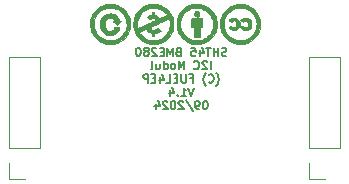
<source format=gbr>
%TF.GenerationSoftware,KiCad,Pcbnew,8.0.5-8.0.5-0~ubuntu22.04.1*%
%TF.CreationDate,2024-09-30T10:01:26+02:00*%
%TF.ProjectId,I2C_Module_SHT45_BME280_FUEL4EP,4932435f-4d6f-4647-956c-655f53485434,V1.4*%
%TF.SameCoordinates,Original*%
%TF.FileFunction,Legend,Bot*%
%TF.FilePolarity,Positive*%
%FSLAX46Y46*%
G04 Gerber Fmt 4.6, Leading zero omitted, Abs format (unit mm)*
G04 Created by KiCad (PCBNEW 8.0.5-8.0.5-0~ubuntu22.04.1) date 2024-09-30 10:01:26*
%MOMM*%
%LPD*%
G01*
G04 APERTURE LIST*
%ADD10C,0.152400*%
%ADD11C,0.120000*%
%ADD12C,0.010000*%
%ADD13R,1.700000X1.700000*%
%ADD14O,1.700000X1.700000*%
G04 APERTURE END LIST*
D10*
X19581333Y11115347D02*
X19481333Y11082013D01*
X19481333Y11082013D02*
X19314667Y11082013D01*
X19314667Y11082013D02*
X19248000Y11115347D01*
X19248000Y11115347D02*
X19214667Y11148680D01*
X19214667Y11148680D02*
X19181333Y11215347D01*
X19181333Y11215347D02*
X19181333Y11282013D01*
X19181333Y11282013D02*
X19214667Y11348680D01*
X19214667Y11348680D02*
X19248000Y11382013D01*
X19248000Y11382013D02*
X19314667Y11415347D01*
X19314667Y11415347D02*
X19448000Y11448680D01*
X19448000Y11448680D02*
X19514667Y11482013D01*
X19514667Y11482013D02*
X19548000Y11515347D01*
X19548000Y11515347D02*
X19581333Y11582013D01*
X19581333Y11582013D02*
X19581333Y11648680D01*
X19581333Y11648680D02*
X19548000Y11715347D01*
X19548000Y11715347D02*
X19514667Y11748680D01*
X19514667Y11748680D02*
X19448000Y11782013D01*
X19448000Y11782013D02*
X19281333Y11782013D01*
X19281333Y11782013D02*
X19181333Y11748680D01*
X18881333Y11082013D02*
X18881333Y11782013D01*
X18881333Y11448680D02*
X18481333Y11448680D01*
X18481333Y11082013D02*
X18481333Y11782013D01*
X18248000Y11782013D02*
X17848000Y11782013D01*
X18048000Y11082013D02*
X18048000Y11782013D01*
X17314667Y11548680D02*
X17314667Y11082013D01*
X17481334Y11815347D02*
X17648000Y11315347D01*
X17648000Y11315347D02*
X17214667Y11315347D01*
X16614667Y11782013D02*
X16948000Y11782013D01*
X16948000Y11782013D02*
X16981333Y11448680D01*
X16981333Y11448680D02*
X16948000Y11482013D01*
X16948000Y11482013D02*
X16881333Y11515347D01*
X16881333Y11515347D02*
X16714667Y11515347D01*
X16714667Y11515347D02*
X16648000Y11482013D01*
X16648000Y11482013D02*
X16614667Y11448680D01*
X16614667Y11448680D02*
X16581333Y11382013D01*
X16581333Y11382013D02*
X16581333Y11215347D01*
X16581333Y11215347D02*
X16614667Y11148680D01*
X16614667Y11148680D02*
X16648000Y11115347D01*
X16648000Y11115347D02*
X16714667Y11082013D01*
X16714667Y11082013D02*
X16881333Y11082013D01*
X16881333Y11082013D02*
X16948000Y11115347D01*
X16948000Y11115347D02*
X16981333Y11148680D01*
X15514667Y11448680D02*
X15414667Y11415347D01*
X15414667Y11415347D02*
X15381333Y11382013D01*
X15381333Y11382013D02*
X15348000Y11315347D01*
X15348000Y11315347D02*
X15348000Y11215347D01*
X15348000Y11215347D02*
X15381333Y11148680D01*
X15381333Y11148680D02*
X15414667Y11115347D01*
X15414667Y11115347D02*
X15481333Y11082013D01*
X15481333Y11082013D02*
X15748000Y11082013D01*
X15748000Y11082013D02*
X15748000Y11782013D01*
X15748000Y11782013D02*
X15514667Y11782013D01*
X15514667Y11782013D02*
X15448000Y11748680D01*
X15448000Y11748680D02*
X15414667Y11715347D01*
X15414667Y11715347D02*
X15381333Y11648680D01*
X15381333Y11648680D02*
X15381333Y11582013D01*
X15381333Y11582013D02*
X15414667Y11515347D01*
X15414667Y11515347D02*
X15448000Y11482013D01*
X15448000Y11482013D02*
X15514667Y11448680D01*
X15514667Y11448680D02*
X15748000Y11448680D01*
X15048000Y11082013D02*
X15048000Y11782013D01*
X15048000Y11782013D02*
X14814667Y11282013D01*
X14814667Y11282013D02*
X14581333Y11782013D01*
X14581333Y11782013D02*
X14581333Y11082013D01*
X14248000Y11448680D02*
X14014667Y11448680D01*
X13914667Y11082013D02*
X14248000Y11082013D01*
X14248000Y11082013D02*
X14248000Y11782013D01*
X14248000Y11782013D02*
X13914667Y11782013D01*
X13648000Y11715347D02*
X13614667Y11748680D01*
X13614667Y11748680D02*
X13548000Y11782013D01*
X13548000Y11782013D02*
X13381334Y11782013D01*
X13381334Y11782013D02*
X13314667Y11748680D01*
X13314667Y11748680D02*
X13281334Y11715347D01*
X13281334Y11715347D02*
X13248000Y11648680D01*
X13248000Y11648680D02*
X13248000Y11582013D01*
X13248000Y11582013D02*
X13281334Y11482013D01*
X13281334Y11482013D02*
X13681334Y11082013D01*
X13681334Y11082013D02*
X13248000Y11082013D01*
X12848000Y11482013D02*
X12914667Y11515347D01*
X12914667Y11515347D02*
X12948000Y11548680D01*
X12948000Y11548680D02*
X12981333Y11615347D01*
X12981333Y11615347D02*
X12981333Y11648680D01*
X12981333Y11648680D02*
X12948000Y11715347D01*
X12948000Y11715347D02*
X12914667Y11748680D01*
X12914667Y11748680D02*
X12848000Y11782013D01*
X12848000Y11782013D02*
X12714667Y11782013D01*
X12714667Y11782013D02*
X12648000Y11748680D01*
X12648000Y11748680D02*
X12614667Y11715347D01*
X12614667Y11715347D02*
X12581333Y11648680D01*
X12581333Y11648680D02*
X12581333Y11615347D01*
X12581333Y11615347D02*
X12614667Y11548680D01*
X12614667Y11548680D02*
X12648000Y11515347D01*
X12648000Y11515347D02*
X12714667Y11482013D01*
X12714667Y11482013D02*
X12848000Y11482013D01*
X12848000Y11482013D02*
X12914667Y11448680D01*
X12914667Y11448680D02*
X12948000Y11415347D01*
X12948000Y11415347D02*
X12981333Y11348680D01*
X12981333Y11348680D02*
X12981333Y11215347D01*
X12981333Y11215347D02*
X12948000Y11148680D01*
X12948000Y11148680D02*
X12914667Y11115347D01*
X12914667Y11115347D02*
X12848000Y11082013D01*
X12848000Y11082013D02*
X12714667Y11082013D01*
X12714667Y11082013D02*
X12648000Y11115347D01*
X12648000Y11115347D02*
X12614667Y11148680D01*
X12614667Y11148680D02*
X12581333Y11215347D01*
X12581333Y11215347D02*
X12581333Y11348680D01*
X12581333Y11348680D02*
X12614667Y11415347D01*
X12614667Y11415347D02*
X12648000Y11448680D01*
X12648000Y11448680D02*
X12714667Y11482013D01*
X12148000Y11782013D02*
X12081333Y11782013D01*
X12081333Y11782013D02*
X12014666Y11748680D01*
X12014666Y11748680D02*
X11981333Y11715347D01*
X11981333Y11715347D02*
X11948000Y11648680D01*
X11948000Y11648680D02*
X11914666Y11515347D01*
X11914666Y11515347D02*
X11914666Y11348680D01*
X11914666Y11348680D02*
X11948000Y11215347D01*
X11948000Y11215347D02*
X11981333Y11148680D01*
X11981333Y11148680D02*
X12014666Y11115347D01*
X12014666Y11115347D02*
X12081333Y11082013D01*
X12081333Y11082013D02*
X12148000Y11082013D01*
X12148000Y11082013D02*
X12214666Y11115347D01*
X12214666Y11115347D02*
X12248000Y11148680D01*
X12248000Y11148680D02*
X12281333Y11215347D01*
X12281333Y11215347D02*
X12314666Y11348680D01*
X12314666Y11348680D02*
X12314666Y11515347D01*
X12314666Y11515347D02*
X12281333Y11648680D01*
X12281333Y11648680D02*
X12248000Y11715347D01*
X12248000Y11715347D02*
X12214666Y11748680D01*
X12214666Y11748680D02*
X12148000Y11782013D01*
X18231332Y9955052D02*
X18231332Y10655052D01*
X17931332Y10588386D02*
X17897999Y10621719D01*
X17897999Y10621719D02*
X17831332Y10655052D01*
X17831332Y10655052D02*
X17664666Y10655052D01*
X17664666Y10655052D02*
X17597999Y10621719D01*
X17597999Y10621719D02*
X17564666Y10588386D01*
X17564666Y10588386D02*
X17531332Y10521719D01*
X17531332Y10521719D02*
X17531332Y10455052D01*
X17531332Y10455052D02*
X17564666Y10355052D01*
X17564666Y10355052D02*
X17964666Y9955052D01*
X17964666Y9955052D02*
X17531332Y9955052D01*
X16831332Y10021719D02*
X16864665Y9988386D01*
X16864665Y9988386D02*
X16964665Y9955052D01*
X16964665Y9955052D02*
X17031332Y9955052D01*
X17031332Y9955052D02*
X17131332Y9988386D01*
X17131332Y9988386D02*
X17197999Y10055052D01*
X17197999Y10055052D02*
X17231332Y10121719D01*
X17231332Y10121719D02*
X17264665Y10255052D01*
X17264665Y10255052D02*
X17264665Y10355052D01*
X17264665Y10355052D02*
X17231332Y10488386D01*
X17231332Y10488386D02*
X17197999Y10555052D01*
X17197999Y10555052D02*
X17131332Y10621719D01*
X17131332Y10621719D02*
X17031332Y10655052D01*
X17031332Y10655052D02*
X16964665Y10655052D01*
X16964665Y10655052D02*
X16864665Y10621719D01*
X16864665Y10621719D02*
X16831332Y10588386D01*
X15997999Y9955052D02*
X15997999Y10655052D01*
X15997999Y10655052D02*
X15764666Y10155052D01*
X15764666Y10155052D02*
X15531332Y10655052D01*
X15531332Y10655052D02*
X15531332Y9955052D01*
X15097999Y9955052D02*
X15164666Y9988386D01*
X15164666Y9988386D02*
X15197999Y10021719D01*
X15197999Y10021719D02*
X15231332Y10088386D01*
X15231332Y10088386D02*
X15231332Y10288386D01*
X15231332Y10288386D02*
X15197999Y10355052D01*
X15197999Y10355052D02*
X15164666Y10388386D01*
X15164666Y10388386D02*
X15097999Y10421719D01*
X15097999Y10421719D02*
X14997999Y10421719D01*
X14997999Y10421719D02*
X14931332Y10388386D01*
X14931332Y10388386D02*
X14897999Y10355052D01*
X14897999Y10355052D02*
X14864666Y10288386D01*
X14864666Y10288386D02*
X14864666Y10088386D01*
X14864666Y10088386D02*
X14897999Y10021719D01*
X14897999Y10021719D02*
X14931332Y9988386D01*
X14931332Y9988386D02*
X14997999Y9955052D01*
X14997999Y9955052D02*
X15097999Y9955052D01*
X14264666Y9955052D02*
X14264666Y10655052D01*
X14264666Y9988386D02*
X14331333Y9955052D01*
X14331333Y9955052D02*
X14464666Y9955052D01*
X14464666Y9955052D02*
X14531333Y9988386D01*
X14531333Y9988386D02*
X14564666Y10021719D01*
X14564666Y10021719D02*
X14597999Y10088386D01*
X14597999Y10088386D02*
X14597999Y10288386D01*
X14597999Y10288386D02*
X14564666Y10355052D01*
X14564666Y10355052D02*
X14531333Y10388386D01*
X14531333Y10388386D02*
X14464666Y10421719D01*
X14464666Y10421719D02*
X14331333Y10421719D01*
X14331333Y10421719D02*
X14264666Y10388386D01*
X13631333Y10421719D02*
X13631333Y9955052D01*
X13931333Y10421719D02*
X13931333Y10055052D01*
X13931333Y10055052D02*
X13898000Y9988386D01*
X13898000Y9988386D02*
X13831333Y9955052D01*
X13831333Y9955052D02*
X13731333Y9955052D01*
X13731333Y9955052D02*
X13664666Y9988386D01*
X13664666Y9988386D02*
X13631333Y10021719D01*
X13198000Y9955052D02*
X13264667Y9988386D01*
X13264667Y9988386D02*
X13298000Y10055052D01*
X13298000Y10055052D02*
X13298000Y10655052D01*
X18731333Y8561425D02*
X18764666Y8594758D01*
X18764666Y8594758D02*
X18831333Y8694758D01*
X18831333Y8694758D02*
X18864666Y8761425D01*
X18864666Y8761425D02*
X18898000Y8861425D01*
X18898000Y8861425D02*
X18931333Y9028091D01*
X18931333Y9028091D02*
X18931333Y9161425D01*
X18931333Y9161425D02*
X18898000Y9328091D01*
X18898000Y9328091D02*
X18864666Y9428091D01*
X18864666Y9428091D02*
X18831333Y9494758D01*
X18831333Y9494758D02*
X18764666Y9594758D01*
X18764666Y9594758D02*
X18731333Y9628091D01*
X18064666Y8894758D02*
X18097999Y8861425D01*
X18097999Y8861425D02*
X18197999Y8828091D01*
X18197999Y8828091D02*
X18264666Y8828091D01*
X18264666Y8828091D02*
X18364666Y8861425D01*
X18364666Y8861425D02*
X18431333Y8928091D01*
X18431333Y8928091D02*
X18464666Y8994758D01*
X18464666Y8994758D02*
X18497999Y9128091D01*
X18497999Y9128091D02*
X18497999Y9228091D01*
X18497999Y9228091D02*
X18464666Y9361425D01*
X18464666Y9361425D02*
X18431333Y9428091D01*
X18431333Y9428091D02*
X18364666Y9494758D01*
X18364666Y9494758D02*
X18264666Y9528091D01*
X18264666Y9528091D02*
X18197999Y9528091D01*
X18197999Y9528091D02*
X18097999Y9494758D01*
X18097999Y9494758D02*
X18064666Y9461425D01*
X17831333Y8561425D02*
X17797999Y8594758D01*
X17797999Y8594758D02*
X17731333Y8694758D01*
X17731333Y8694758D02*
X17697999Y8761425D01*
X17697999Y8761425D02*
X17664666Y8861425D01*
X17664666Y8861425D02*
X17631333Y9028091D01*
X17631333Y9028091D02*
X17631333Y9161425D01*
X17631333Y9161425D02*
X17664666Y9328091D01*
X17664666Y9328091D02*
X17697999Y9428091D01*
X17697999Y9428091D02*
X17731333Y9494758D01*
X17731333Y9494758D02*
X17797999Y9594758D01*
X17797999Y9594758D02*
X17831333Y9628091D01*
X16531333Y9194758D02*
X16764666Y9194758D01*
X16764666Y8828091D02*
X16764666Y9528091D01*
X16764666Y9528091D02*
X16431333Y9528091D01*
X16164666Y9528091D02*
X16164666Y8961425D01*
X16164666Y8961425D02*
X16131333Y8894758D01*
X16131333Y8894758D02*
X16097999Y8861425D01*
X16097999Y8861425D02*
X16031333Y8828091D01*
X16031333Y8828091D02*
X15897999Y8828091D01*
X15897999Y8828091D02*
X15831333Y8861425D01*
X15831333Y8861425D02*
X15797999Y8894758D01*
X15797999Y8894758D02*
X15764666Y8961425D01*
X15764666Y8961425D02*
X15764666Y9528091D01*
X15431333Y9194758D02*
X15198000Y9194758D01*
X15098000Y8828091D02*
X15431333Y8828091D01*
X15431333Y8828091D02*
X15431333Y9528091D01*
X15431333Y9528091D02*
X15098000Y9528091D01*
X14464667Y8828091D02*
X14798000Y8828091D01*
X14798000Y8828091D02*
X14798000Y9528091D01*
X13931333Y9294758D02*
X13931333Y8828091D01*
X14098000Y9561425D02*
X14264666Y9061425D01*
X14264666Y9061425D02*
X13831333Y9061425D01*
X13564666Y9194758D02*
X13331333Y9194758D01*
X13231333Y8828091D02*
X13564666Y8828091D01*
X13564666Y8828091D02*
X13564666Y9528091D01*
X13564666Y9528091D02*
X13231333Y9528091D01*
X12931333Y8828091D02*
X12931333Y9528091D01*
X12931333Y9528091D02*
X12664666Y9528091D01*
X12664666Y9528091D02*
X12598000Y9494758D01*
X12598000Y9494758D02*
X12564666Y9461425D01*
X12564666Y9461425D02*
X12531333Y9394758D01*
X12531333Y9394758D02*
X12531333Y9294758D01*
X12531333Y9294758D02*
X12564666Y9228091D01*
X12564666Y9228091D02*
X12598000Y9194758D01*
X12598000Y9194758D02*
X12664666Y9161425D01*
X12664666Y9161425D02*
X12931333Y9161425D01*
X16814666Y8401130D02*
X16581333Y7701130D01*
X16581333Y7701130D02*
X16347999Y8401130D01*
X15747999Y7701130D02*
X16147999Y7701130D01*
X15947999Y7701130D02*
X15947999Y8401130D01*
X15947999Y8401130D02*
X16014666Y8301130D01*
X16014666Y8301130D02*
X16081333Y8234464D01*
X16081333Y8234464D02*
X16147999Y8201130D01*
X15447999Y7767797D02*
X15414666Y7734464D01*
X15414666Y7734464D02*
X15447999Y7701130D01*
X15447999Y7701130D02*
X15481332Y7734464D01*
X15481332Y7734464D02*
X15447999Y7767797D01*
X15447999Y7767797D02*
X15447999Y7701130D01*
X14814666Y8167797D02*
X14814666Y7701130D01*
X14981333Y8434464D02*
X15147999Y7934464D01*
X15147999Y7934464D02*
X14714666Y7934464D01*
X17814667Y7274169D02*
X17748000Y7274169D01*
X17748000Y7274169D02*
X17681333Y7240836D01*
X17681333Y7240836D02*
X17648000Y7207503D01*
X17648000Y7207503D02*
X17614667Y7140836D01*
X17614667Y7140836D02*
X17581333Y7007503D01*
X17581333Y7007503D02*
X17581333Y6840836D01*
X17581333Y6840836D02*
X17614667Y6707503D01*
X17614667Y6707503D02*
X17648000Y6640836D01*
X17648000Y6640836D02*
X17681333Y6607503D01*
X17681333Y6607503D02*
X17748000Y6574169D01*
X17748000Y6574169D02*
X17814667Y6574169D01*
X17814667Y6574169D02*
X17881333Y6607503D01*
X17881333Y6607503D02*
X17914667Y6640836D01*
X17914667Y6640836D02*
X17948000Y6707503D01*
X17948000Y6707503D02*
X17981333Y6840836D01*
X17981333Y6840836D02*
X17981333Y7007503D01*
X17981333Y7007503D02*
X17948000Y7140836D01*
X17948000Y7140836D02*
X17914667Y7207503D01*
X17914667Y7207503D02*
X17881333Y7240836D01*
X17881333Y7240836D02*
X17814667Y7274169D01*
X17248000Y6574169D02*
X17114666Y6574169D01*
X17114666Y6574169D02*
X17048000Y6607503D01*
X17048000Y6607503D02*
X17014666Y6640836D01*
X17014666Y6640836D02*
X16948000Y6740836D01*
X16948000Y6740836D02*
X16914666Y6874169D01*
X16914666Y6874169D02*
X16914666Y7140836D01*
X16914666Y7140836D02*
X16948000Y7207503D01*
X16948000Y7207503D02*
X16981333Y7240836D01*
X16981333Y7240836D02*
X17048000Y7274169D01*
X17048000Y7274169D02*
X17181333Y7274169D01*
X17181333Y7274169D02*
X17248000Y7240836D01*
X17248000Y7240836D02*
X17281333Y7207503D01*
X17281333Y7207503D02*
X17314666Y7140836D01*
X17314666Y7140836D02*
X17314666Y6974169D01*
X17314666Y6974169D02*
X17281333Y6907503D01*
X17281333Y6907503D02*
X17248000Y6874169D01*
X17248000Y6874169D02*
X17181333Y6840836D01*
X17181333Y6840836D02*
X17048000Y6840836D01*
X17048000Y6840836D02*
X16981333Y6874169D01*
X16981333Y6874169D02*
X16948000Y6907503D01*
X16948000Y6907503D02*
X16914666Y6974169D01*
X16114666Y7307503D02*
X16714666Y6407503D01*
X15914666Y7207503D02*
X15881333Y7240836D01*
X15881333Y7240836D02*
X15814666Y7274169D01*
X15814666Y7274169D02*
X15648000Y7274169D01*
X15648000Y7274169D02*
X15581333Y7240836D01*
X15581333Y7240836D02*
X15548000Y7207503D01*
X15548000Y7207503D02*
X15514666Y7140836D01*
X15514666Y7140836D02*
X15514666Y7074169D01*
X15514666Y7074169D02*
X15548000Y6974169D01*
X15548000Y6974169D02*
X15948000Y6574169D01*
X15948000Y6574169D02*
X15514666Y6574169D01*
X15081333Y7274169D02*
X15014666Y7274169D01*
X15014666Y7274169D02*
X14947999Y7240836D01*
X14947999Y7240836D02*
X14914666Y7207503D01*
X14914666Y7207503D02*
X14881333Y7140836D01*
X14881333Y7140836D02*
X14847999Y7007503D01*
X14847999Y7007503D02*
X14847999Y6840836D01*
X14847999Y6840836D02*
X14881333Y6707503D01*
X14881333Y6707503D02*
X14914666Y6640836D01*
X14914666Y6640836D02*
X14947999Y6607503D01*
X14947999Y6607503D02*
X15014666Y6574169D01*
X15014666Y6574169D02*
X15081333Y6574169D01*
X15081333Y6574169D02*
X15147999Y6607503D01*
X15147999Y6607503D02*
X15181333Y6640836D01*
X15181333Y6640836D02*
X15214666Y6707503D01*
X15214666Y6707503D02*
X15247999Y6840836D01*
X15247999Y6840836D02*
X15247999Y7007503D01*
X15247999Y7007503D02*
X15214666Y7140836D01*
X15214666Y7140836D02*
X15181333Y7207503D01*
X15181333Y7207503D02*
X15147999Y7240836D01*
X15147999Y7240836D02*
X15081333Y7274169D01*
X14581332Y7207503D02*
X14547999Y7240836D01*
X14547999Y7240836D02*
X14481332Y7274169D01*
X14481332Y7274169D02*
X14314666Y7274169D01*
X14314666Y7274169D02*
X14247999Y7240836D01*
X14247999Y7240836D02*
X14214666Y7207503D01*
X14214666Y7207503D02*
X14181332Y7140836D01*
X14181332Y7140836D02*
X14181332Y7074169D01*
X14181332Y7074169D02*
X14214666Y6974169D01*
X14214666Y6974169D02*
X14614666Y6574169D01*
X14614666Y6574169D02*
X14181332Y6574169D01*
X13581332Y7040836D02*
X13581332Y6574169D01*
X13747999Y7307503D02*
X13914665Y6807503D01*
X13914665Y6807503D02*
X13481332Y6807503D01*
D11*
%TO.C,J1*%
X2500000Y670000D02*
X1170000Y670000D01*
X1170000Y670000D02*
X1170000Y2000000D01*
X1170000Y10950000D02*
X1170000Y3270000D01*
X3830000Y3270000D02*
X1170000Y3270000D01*
X3830000Y10950000D02*
X1170000Y10950000D01*
X3830000Y10950000D02*
X3830000Y3270000D01*
%TO.C,J2*%
X27900000Y670000D02*
X26570000Y670000D01*
X26570000Y670000D02*
X26570000Y2000000D01*
X26570000Y10950000D02*
X26570000Y3270000D01*
X29230000Y3270000D02*
X26570000Y3270000D01*
X29230000Y10950000D02*
X26570000Y10950000D01*
X29230000Y10950000D02*
X29230000Y3270000D01*
D12*
%TO.C,LOGO1*%
X22430409Y13695077D02*
X22401776Y13460617D01*
X22341444Y13232552D01*
X22249938Y13015493D01*
X22127783Y12814053D01*
X22092113Y12765736D01*
X21924853Y12574970D01*
X21736853Y12413929D01*
X21528750Y12283029D01*
X21301183Y12182686D01*
X21054786Y12113316D01*
X20921539Y12091437D01*
X20689207Y12081037D01*
X20457219Y12103872D01*
X20229492Y12158313D01*
X20009941Y12242727D01*
X19802485Y12355484D01*
X19611038Y12494952D01*
X19439518Y12659501D01*
X19291842Y12847500D01*
X19251390Y12911073D01*
X19150442Y13112914D01*
X19078168Y13330749D01*
X19034982Y13559389D01*
X19021301Y13793644D01*
X19026560Y13869647D01*
X19331008Y13869647D01*
X19333317Y13655274D01*
X19367890Y13446284D01*
X19433725Y13246389D01*
X19529824Y13059302D01*
X19655184Y12888736D01*
X19808807Y12738403D01*
X19918485Y12657235D01*
X20070059Y12567164D01*
X20229449Y12492542D01*
X20382581Y12440671D01*
X20438876Y12427927D01*
X20591947Y12407936D01*
X20756996Y12403299D01*
X20919230Y12414028D01*
X21063857Y12440133D01*
X21110160Y12453019D01*
X21311670Y12530972D01*
X21501635Y12639558D01*
X21673303Y12774391D01*
X21819925Y12931090D01*
X21877496Y13008720D01*
X21988416Y13198871D01*
X22066092Y13398201D01*
X22110738Y13603462D01*
X22122572Y13811407D01*
X22101809Y14018788D01*
X22048664Y14222356D01*
X21963355Y14418865D01*
X21846097Y14605066D01*
X21697106Y14777712D01*
X21648782Y14823834D01*
X21474208Y14959049D01*
X21283454Y15062450D01*
X21079153Y15133056D01*
X20863940Y15169882D01*
X20640447Y15171946D01*
X20515449Y15158743D01*
X20301537Y15111404D01*
X20105355Y15033195D01*
X19924396Y14923003D01*
X19756151Y14779714D01*
X19704267Y14726713D01*
X19576239Y14572571D01*
X19477973Y14412176D01*
X19404746Y14238252D01*
X19361961Y14085689D01*
X19331008Y13869647D01*
X19026560Y13869647D01*
X19037539Y14028325D01*
X19084110Y14258242D01*
X19161431Y14478206D01*
X19168245Y14493624D01*
X19280104Y14699692D01*
X19421776Y14889031D01*
X19589534Y15058324D01*
X19779651Y15204256D01*
X19988400Y15323512D01*
X20212053Y15412777D01*
X20251275Y15424538D01*
X20449548Y15465688D01*
X20662613Y15483539D01*
X20879843Y15478229D01*
X21090616Y15449898D01*
X21284305Y15398686D01*
X21292187Y15395945D01*
X21511427Y15300196D01*
X21715054Y15173451D01*
X21899913Y15018727D01*
X22062852Y14839041D01*
X22200716Y14637412D01*
X22310352Y14416857D01*
X22320859Y14390721D01*
X22390476Y14164741D01*
X22426817Y13931323D01*
X22428641Y13811407D01*
X22430409Y13695077D01*
G36*
X22430409Y13695077D02*
G01*
X22401776Y13460617D01*
X22341444Y13232552D01*
X22249938Y13015493D01*
X22127783Y12814053D01*
X22092113Y12765736D01*
X21924853Y12574970D01*
X21736853Y12413929D01*
X21528750Y12283029D01*
X21301183Y12182686D01*
X21054786Y12113316D01*
X20921539Y12091437D01*
X20689207Y12081037D01*
X20457219Y12103872D01*
X20229492Y12158313D01*
X20009941Y12242727D01*
X19802485Y12355484D01*
X19611038Y12494952D01*
X19439518Y12659501D01*
X19291842Y12847500D01*
X19251390Y12911073D01*
X19150442Y13112914D01*
X19078168Y13330749D01*
X19034982Y13559389D01*
X19021301Y13793644D01*
X19026560Y13869647D01*
X19331008Y13869647D01*
X19333317Y13655274D01*
X19367890Y13446284D01*
X19433725Y13246389D01*
X19529824Y13059302D01*
X19655184Y12888736D01*
X19808807Y12738403D01*
X19918485Y12657235D01*
X20070059Y12567164D01*
X20229449Y12492542D01*
X20382581Y12440671D01*
X20438876Y12427927D01*
X20591947Y12407936D01*
X20756996Y12403299D01*
X20919230Y12414028D01*
X21063857Y12440133D01*
X21110160Y12453019D01*
X21311670Y12530972D01*
X21501635Y12639558D01*
X21673303Y12774391D01*
X21819925Y12931090D01*
X21877496Y13008720D01*
X21988416Y13198871D01*
X22066092Y13398201D01*
X22110738Y13603462D01*
X22122572Y13811407D01*
X22101809Y14018788D01*
X22048664Y14222356D01*
X21963355Y14418865D01*
X21846097Y14605066D01*
X21697106Y14777712D01*
X21648782Y14823834D01*
X21474208Y14959049D01*
X21283454Y15062450D01*
X21079153Y15133056D01*
X20863940Y15169882D01*
X20640447Y15171946D01*
X20515449Y15158743D01*
X20301537Y15111404D01*
X20105355Y15033195D01*
X19924396Y14923003D01*
X19756151Y14779714D01*
X19704267Y14726713D01*
X19576239Y14572571D01*
X19477973Y14412176D01*
X19404746Y14238252D01*
X19361961Y14085689D01*
X19331008Y13869647D01*
X19026560Y13869647D01*
X19037539Y14028325D01*
X19084110Y14258242D01*
X19161431Y14478206D01*
X19168245Y14493624D01*
X19280104Y14699692D01*
X19421776Y14889031D01*
X19589534Y15058324D01*
X19779651Y15204256D01*
X19988400Y15323512D01*
X20212053Y15412777D01*
X20251275Y15424538D01*
X20449548Y15465688D01*
X20662613Y15483539D01*
X20879843Y15478229D01*
X21090616Y15449898D01*
X21284305Y15398686D01*
X21292187Y15395945D01*
X21511427Y15300196D01*
X21715054Y15173451D01*
X21899913Y15018727D01*
X22062852Y14839041D01*
X22200716Y14637412D01*
X22310352Y14416857D01*
X22320859Y14390721D01*
X22390476Y14164741D01*
X22426817Y13931323D01*
X22428641Y13811407D01*
X22430409Y13695077D01*
G37*
X18759754Y13770325D02*
X18754317Y13626119D01*
X18741917Y13493273D01*
X18722731Y13383711D01*
X18666197Y13196259D01*
X18572870Y12991078D01*
X18448286Y12798494D01*
X18290044Y12614236D01*
X18185147Y12512679D01*
X17999209Y12364751D01*
X17802754Y12248934D01*
X17591131Y12162672D01*
X17359685Y12103412D01*
X17290505Y12093564D01*
X17171241Y12085830D01*
X17037834Y12085003D01*
X16902780Y12090765D01*
X16778577Y12102798D01*
X16677722Y12120783D01*
X16481457Y12180458D01*
X16255784Y12282074D01*
X16046204Y12415694D01*
X15850780Y12582400D01*
X15701523Y12745295D01*
X15570740Y12933700D01*
X15470871Y13137480D01*
X15399515Y13360775D01*
X15387849Y13414638D01*
X15367432Y13564943D01*
X15358435Y13731790D01*
X15359144Y13781857D01*
X15668125Y13781857D01*
X15670159Y13677658D01*
X15681035Y13543930D01*
X15703582Y13425441D01*
X15740362Y13310046D01*
X15793937Y13185597D01*
X15881153Y13032464D01*
X16008003Y12870816D01*
X16159259Y12725829D01*
X16329039Y12602344D01*
X16511461Y12505204D01*
X16700643Y12439249D01*
X16862769Y12408145D01*
X17078685Y12395880D01*
X17292990Y12415027D01*
X17496932Y12465301D01*
X17612813Y12508558D01*
X17716587Y12558836D01*
X17817706Y12622202D01*
X17929246Y12705934D01*
X17956456Y12728154D01*
X18113454Y12882233D01*
X18244823Y13058270D01*
X18347204Y13251107D01*
X18417241Y13455587D01*
X18423128Y13480571D01*
X18444215Y13621345D01*
X18451167Y13777393D01*
X18444404Y13936375D01*
X18424347Y14085953D01*
X18391415Y14213789D01*
X18387424Y14225093D01*
X18301764Y14415039D01*
X18187102Y14593426D01*
X18048183Y14755386D01*
X17889753Y14896050D01*
X17716559Y15010550D01*
X17533345Y15094018D01*
X17476007Y15113013D01*
X17258577Y15161389D01*
X17037434Y15174956D01*
X16816631Y15154014D01*
X16600218Y15098860D01*
X16392250Y15009794D01*
X16324943Y14971551D01*
X16247690Y14918049D01*
X16166642Y14850032D01*
X16072654Y14760361D01*
X15996517Y14682857D01*
X15938448Y14617893D01*
X15893441Y14558067D01*
X15854333Y14493833D01*
X15813960Y14415647D01*
X15807975Y14403408D01*
X15749572Y14274491D01*
X15709301Y14160547D01*
X15684246Y14048906D01*
X15671493Y13926899D01*
X15668125Y13781857D01*
X15359144Y13781857D01*
X15360853Y13902480D01*
X15374681Y14064319D01*
X15399912Y14204610D01*
X15451024Y14372727D01*
X15549774Y14593329D01*
X15678970Y14797087D01*
X15836370Y14981093D01*
X16019738Y15142441D01*
X16226833Y15278224D01*
X16419769Y15368814D01*
X16643079Y15437746D01*
X16876143Y15476260D01*
X17113514Y15484202D01*
X17349742Y15461415D01*
X17579379Y15407745D01*
X17796978Y15323035D01*
X17909069Y15264024D01*
X18107847Y15129863D01*
X18286142Y14969705D01*
X18440928Y14787354D01*
X18569181Y14586611D01*
X18667876Y14371279D01*
X18733989Y14145158D01*
X18749036Y14045120D01*
X18758052Y13913967D01*
X18759671Y13777393D01*
X18759754Y13770325D01*
G36*
X18759754Y13770325D02*
G01*
X18754317Y13626119D01*
X18741917Y13493273D01*
X18722731Y13383711D01*
X18666197Y13196259D01*
X18572870Y12991078D01*
X18448286Y12798494D01*
X18290044Y12614236D01*
X18185147Y12512679D01*
X17999209Y12364751D01*
X17802754Y12248934D01*
X17591131Y12162672D01*
X17359685Y12103412D01*
X17290505Y12093564D01*
X17171241Y12085830D01*
X17037834Y12085003D01*
X16902780Y12090765D01*
X16778577Y12102798D01*
X16677722Y12120783D01*
X16481457Y12180458D01*
X16255784Y12282074D01*
X16046204Y12415694D01*
X15850780Y12582400D01*
X15701523Y12745295D01*
X15570740Y12933700D01*
X15470871Y13137480D01*
X15399515Y13360775D01*
X15387849Y13414638D01*
X15367432Y13564943D01*
X15358435Y13731790D01*
X15359144Y13781857D01*
X15668125Y13781857D01*
X15670159Y13677658D01*
X15681035Y13543930D01*
X15703582Y13425441D01*
X15740362Y13310046D01*
X15793937Y13185597D01*
X15881153Y13032464D01*
X16008003Y12870816D01*
X16159259Y12725829D01*
X16329039Y12602344D01*
X16511461Y12505204D01*
X16700643Y12439249D01*
X16862769Y12408145D01*
X17078685Y12395880D01*
X17292990Y12415027D01*
X17496932Y12465301D01*
X17612813Y12508558D01*
X17716587Y12558836D01*
X17817706Y12622202D01*
X17929246Y12705934D01*
X17956456Y12728154D01*
X18113454Y12882233D01*
X18244823Y13058270D01*
X18347204Y13251107D01*
X18417241Y13455587D01*
X18423128Y13480571D01*
X18444215Y13621345D01*
X18451167Y13777393D01*
X18444404Y13936375D01*
X18424347Y14085953D01*
X18391415Y14213789D01*
X18387424Y14225093D01*
X18301764Y14415039D01*
X18187102Y14593426D01*
X18048183Y14755386D01*
X17889753Y14896050D01*
X17716559Y15010550D01*
X17533345Y15094018D01*
X17476007Y15113013D01*
X17258577Y15161389D01*
X17037434Y15174956D01*
X16816631Y15154014D01*
X16600218Y15098860D01*
X16392250Y15009794D01*
X16324943Y14971551D01*
X16247690Y14918049D01*
X16166642Y14850032D01*
X16072654Y14760361D01*
X15996517Y14682857D01*
X15938448Y14617893D01*
X15893441Y14558067D01*
X15854333Y14493833D01*
X15813960Y14415647D01*
X15807975Y14403408D01*
X15749572Y14274491D01*
X15709301Y14160547D01*
X15684246Y14048906D01*
X15671493Y13926899D01*
X15668125Y13781857D01*
X15359144Y13781857D01*
X15360853Y13902480D01*
X15374681Y14064319D01*
X15399912Y14204610D01*
X15451024Y14372727D01*
X15549774Y14593329D01*
X15678970Y14797087D01*
X15836370Y14981093D01*
X16019738Y15142441D01*
X16226833Y15278224D01*
X16419769Y15368814D01*
X16643079Y15437746D01*
X16876143Y15476260D01*
X17113514Y15484202D01*
X17349742Y15461415D01*
X17579379Y15407745D01*
X17796978Y15323035D01*
X17909069Y15264024D01*
X18107847Y15129863D01*
X18286142Y14969705D01*
X18440928Y14787354D01*
X18569181Y14586611D01*
X18667876Y14371279D01*
X18733989Y14145158D01*
X18749036Y14045120D01*
X18758052Y13913967D01*
X18759671Y13777393D01*
X18759754Y13770325D01*
G37*
X14955731Y14486021D02*
X15026013Y14294986D01*
X15069955Y14088086D01*
X15089984Y13858632D01*
X15090327Y13849056D01*
X15091391Y13787347D01*
X15092817Y13704610D01*
X15088227Y13584195D01*
X15075240Y13476670D01*
X15052542Y13370890D01*
X15018817Y13255714D01*
X14948692Y13077426D01*
X14835378Y12874547D01*
X14694020Y12687542D01*
X14528369Y12519679D01*
X14342176Y12374226D01*
X14139193Y12254450D01*
X13923169Y12163619D01*
X13697857Y12105000D01*
X13538262Y12084621D01*
X13302059Y12082744D01*
X13064989Y12112474D01*
X12835724Y12173124D01*
X12705117Y12223351D01*
X12528135Y12313749D01*
X12360822Y12428851D01*
X12194556Y12574048D01*
X12189904Y12578532D01*
X12029616Y12753698D01*
X11902282Y12938850D01*
X11832402Y13082579D01*
X12183693Y13082579D01*
X12207568Y13035785D01*
X12252539Y12973332D01*
X12315663Y12899332D01*
X12393995Y12817895D01*
X12396648Y12815283D01*
X12531326Y12693738D01*
X12664386Y12598399D01*
X12807548Y12521957D01*
X12972535Y12457103D01*
X13007764Y12445913D01*
X13069111Y12431206D01*
X13139579Y12421127D01*
X13228217Y12414538D01*
X13344072Y12410299D01*
X13452452Y12408818D01*
X13577948Y12412885D01*
X13684907Y12425810D01*
X13783375Y12449556D01*
X13883396Y12486081D01*
X13995015Y12537346D01*
X14032274Y12556239D01*
X14225274Y12676601D01*
X14392369Y12822255D01*
X14534253Y12993895D01*
X14651621Y13192214D01*
X14702522Y13305357D01*
X14750672Y13454589D01*
X14777568Y13610972D01*
X14786114Y13787347D01*
X14786026Y13803139D01*
X14782101Y13891544D01*
X14773288Y13983325D01*
X14760877Y14070558D01*
X14746154Y14145314D01*
X14730406Y14199671D01*
X14714921Y14225700D01*
X14714554Y14225775D01*
X14693369Y14218906D01*
X14643495Y14199240D01*
X14569020Y14168552D01*
X14474031Y14128618D01*
X14362615Y14081213D01*
X14238860Y14028113D01*
X14106855Y13971093D01*
X13970685Y13911929D01*
X13834440Y13852397D01*
X13702207Y13794272D01*
X13578074Y13739330D01*
X13466127Y13689346D01*
X13370455Y13646095D01*
X13295145Y13611354D01*
X13244286Y13586898D01*
X13220677Y13574395D01*
X13193860Y13552487D01*
X13182891Y13520870D01*
X13180786Y13466280D01*
X13180786Y13465263D01*
X13184294Y13407233D01*
X13198228Y13370939D01*
X13227917Y13342371D01*
X13280592Y13317618D01*
X13362174Y13306343D01*
X13455703Y13312921D01*
X13551567Y13335738D01*
X13640156Y13373180D01*
X13711860Y13423633D01*
X13753529Y13462778D01*
X13874149Y13342159D01*
X13994769Y13221539D01*
X13950634Y13184403D01*
X13886539Y13139317D01*
X13788090Y13088186D01*
X13683325Y13048560D01*
X13588334Y13027411D01*
X13481642Y13015340D01*
X13471072Y12756786D01*
X13275747Y12756786D01*
X13273624Y12882546D01*
X13271500Y13008306D01*
X13185792Y13030225D01*
X13067069Y13073825D01*
X12960592Y13141383D01*
X12878131Y13226762D01*
X12825300Y13325365D01*
X12823542Y13330274D01*
X12806537Y13367469D01*
X12792653Y13382714D01*
X12771091Y13375648D01*
X12723151Y13356208D01*
X12655484Y13327354D01*
X12574700Y13292045D01*
X12487405Y13253242D01*
X12400208Y13213903D01*
X12319718Y13176988D01*
X12252543Y13145456D01*
X12205290Y13122268D01*
X12184569Y13110381D01*
X12183858Y13109604D01*
X12183693Y13082579D01*
X11832402Y13082579D01*
X11804977Y13138986D01*
X11734772Y13359104D01*
X11724545Y13405016D01*
X11702830Y13556650D01*
X11693034Y13725358D01*
X11694288Y13827907D01*
X11997473Y13827907D01*
X11999989Y13649265D01*
X12022171Y13487036D01*
X12035258Y13452817D01*
X12053508Y13437531D01*
X12054351Y13437651D01*
X12078909Y13446612D01*
X12131911Y13468502D01*
X12209250Y13501492D01*
X12306816Y13543752D01*
X12420499Y13593453D01*
X12546191Y13648764D01*
X12679782Y13707858D01*
X12817163Y13768904D01*
X12954225Y13830073D01*
X13086858Y13889536D01*
X13210954Y13945462D01*
X13322404Y13996024D01*
X13417097Y14039390D01*
X13490925Y14073733D01*
X13539780Y14097221D01*
X13559550Y14108027D01*
X13567080Y14130936D01*
X13563440Y14171796D01*
X13541866Y14211481D01*
X13490805Y14246104D01*
X13419078Y14264512D01*
X13333525Y14265989D01*
X13240987Y14249818D01*
X13148304Y14215283D01*
X13062379Y14173537D01*
X12843617Y14389643D01*
X12893615Y14429703D01*
X12900416Y14434867D01*
X12960686Y14469466D01*
X13041556Y14503976D01*
X13129886Y14533338D01*
X13212536Y14552492D01*
X13280572Y14563644D01*
X13280572Y14816000D01*
X13480143Y14816000D01*
X13480143Y14689346D01*
X13480231Y14655343D01*
X13482150Y14602453D01*
X13489003Y14573300D01*
X13503921Y14559245D01*
X13530036Y14551645D01*
X13590204Y14536222D01*
X13717212Y14485016D01*
X13813521Y14415262D01*
X13878740Y14327213D01*
X13915466Y14255224D01*
X14119626Y14346080D01*
X14195024Y14379548D01*
X14288871Y14421009D01*
X14373509Y14458202D01*
X14436978Y14485861D01*
X14437456Y14486068D01*
X14494278Y14513385D01*
X14534834Y14538069D01*
X14550370Y14554798D01*
X14537662Y14582075D01*
X14502369Y14627246D01*
X14449972Y14684813D01*
X14385956Y14749424D01*
X14315806Y14815730D01*
X14245006Y14878380D01*
X14179043Y14932024D01*
X14123399Y14971312D01*
X14094134Y14989011D01*
X13901339Y15081978D01*
X13695585Y15144119D01*
X13482437Y15174978D01*
X13267457Y15174100D01*
X13056208Y15141028D01*
X12854252Y15075307D01*
X12694805Y14993762D01*
X12529478Y14877488D01*
X12378527Y14738372D01*
X12247428Y14582210D01*
X12141659Y14414798D01*
X12066697Y14241931D01*
X12048247Y14180230D01*
X12013826Y14009412D01*
X11997473Y13827907D01*
X11694288Y13827907D01*
X11695149Y13898346D01*
X11709172Y14062819D01*
X11735098Y14205983D01*
X11746903Y14250855D01*
X11829330Y14481233D01*
X11943435Y14695326D01*
X12087523Y14890769D01*
X12259901Y15065197D01*
X12458874Y15216245D01*
X12562162Y15277988D01*
X12773759Y15373957D01*
X13000036Y15440843D01*
X13235503Y15477952D01*
X13474671Y15484590D01*
X13712051Y15460064D01*
X13942154Y15403681D01*
X14058511Y15359483D01*
X14242682Y15264061D01*
X14421717Y15141616D01*
X14588261Y14997408D01*
X14734957Y14836698D01*
X14856681Y14667877D01*
X14918271Y14554798D01*
X14955731Y14486021D01*
G36*
X14955731Y14486021D02*
G01*
X15026013Y14294986D01*
X15069955Y14088086D01*
X15089984Y13858632D01*
X15090327Y13849056D01*
X15091391Y13787347D01*
X15092817Y13704610D01*
X15088227Y13584195D01*
X15075240Y13476670D01*
X15052542Y13370890D01*
X15018817Y13255714D01*
X14948692Y13077426D01*
X14835378Y12874547D01*
X14694020Y12687542D01*
X14528369Y12519679D01*
X14342176Y12374226D01*
X14139193Y12254450D01*
X13923169Y12163619D01*
X13697857Y12105000D01*
X13538262Y12084621D01*
X13302059Y12082744D01*
X13064989Y12112474D01*
X12835724Y12173124D01*
X12705117Y12223351D01*
X12528135Y12313749D01*
X12360822Y12428851D01*
X12194556Y12574048D01*
X12189904Y12578532D01*
X12029616Y12753698D01*
X11902282Y12938850D01*
X11832402Y13082579D01*
X12183693Y13082579D01*
X12207568Y13035785D01*
X12252539Y12973332D01*
X12315663Y12899332D01*
X12393995Y12817895D01*
X12396648Y12815283D01*
X12531326Y12693738D01*
X12664386Y12598399D01*
X12807548Y12521957D01*
X12972535Y12457103D01*
X13007764Y12445913D01*
X13069111Y12431206D01*
X13139579Y12421127D01*
X13228217Y12414538D01*
X13344072Y12410299D01*
X13452452Y12408818D01*
X13577948Y12412885D01*
X13684907Y12425810D01*
X13783375Y12449556D01*
X13883396Y12486081D01*
X13995015Y12537346D01*
X14032274Y12556239D01*
X14225274Y12676601D01*
X14392369Y12822255D01*
X14534253Y12993895D01*
X14651621Y13192214D01*
X14702522Y13305357D01*
X14750672Y13454589D01*
X14777568Y13610972D01*
X14786114Y13787347D01*
X14786026Y13803139D01*
X14782101Y13891544D01*
X14773288Y13983325D01*
X14760877Y14070558D01*
X14746154Y14145314D01*
X14730406Y14199671D01*
X14714921Y14225700D01*
X14714554Y14225775D01*
X14693369Y14218906D01*
X14643495Y14199240D01*
X14569020Y14168552D01*
X14474031Y14128618D01*
X14362615Y14081213D01*
X14238860Y14028113D01*
X14106855Y13971093D01*
X13970685Y13911929D01*
X13834440Y13852397D01*
X13702207Y13794272D01*
X13578074Y13739330D01*
X13466127Y13689346D01*
X13370455Y13646095D01*
X13295145Y13611354D01*
X13244286Y13586898D01*
X13220677Y13574395D01*
X13193860Y13552487D01*
X13182891Y13520870D01*
X13180786Y13466280D01*
X13180786Y13465263D01*
X13184294Y13407233D01*
X13198228Y13370939D01*
X13227917Y13342371D01*
X13280592Y13317618D01*
X13362174Y13306343D01*
X13455703Y13312921D01*
X13551567Y13335738D01*
X13640156Y13373180D01*
X13711860Y13423633D01*
X13753529Y13462778D01*
X13874149Y13342159D01*
X13994769Y13221539D01*
X13950634Y13184403D01*
X13886539Y13139317D01*
X13788090Y13088186D01*
X13683325Y13048560D01*
X13588334Y13027411D01*
X13481642Y13015340D01*
X13471072Y12756786D01*
X13275747Y12756786D01*
X13273624Y12882546D01*
X13271500Y13008306D01*
X13185792Y13030225D01*
X13067069Y13073825D01*
X12960592Y13141383D01*
X12878131Y13226762D01*
X12825300Y13325365D01*
X12823542Y13330274D01*
X12806537Y13367469D01*
X12792653Y13382714D01*
X12771091Y13375648D01*
X12723151Y13356208D01*
X12655484Y13327354D01*
X12574700Y13292045D01*
X12487405Y13253242D01*
X12400208Y13213903D01*
X12319718Y13176988D01*
X12252543Y13145456D01*
X12205290Y13122268D01*
X12184569Y13110381D01*
X12183858Y13109604D01*
X12183693Y13082579D01*
X11832402Y13082579D01*
X11804977Y13138986D01*
X11734772Y13359104D01*
X11724545Y13405016D01*
X11702830Y13556650D01*
X11693034Y13725358D01*
X11694288Y13827907D01*
X11997473Y13827907D01*
X11999989Y13649265D01*
X12022171Y13487036D01*
X12035258Y13452817D01*
X12053508Y13437531D01*
X12054351Y13437651D01*
X12078909Y13446612D01*
X12131911Y13468502D01*
X12209250Y13501492D01*
X12306816Y13543752D01*
X12420499Y13593453D01*
X12546191Y13648764D01*
X12679782Y13707858D01*
X12817163Y13768904D01*
X12954225Y13830073D01*
X13086858Y13889536D01*
X13210954Y13945462D01*
X13322404Y13996024D01*
X13417097Y14039390D01*
X13490925Y14073733D01*
X13539780Y14097221D01*
X13559550Y14108027D01*
X13567080Y14130936D01*
X13563440Y14171796D01*
X13541866Y14211481D01*
X13490805Y14246104D01*
X13419078Y14264512D01*
X13333525Y14265989D01*
X13240987Y14249818D01*
X13148304Y14215283D01*
X13062379Y14173537D01*
X12843617Y14389643D01*
X12893615Y14429703D01*
X12900416Y14434867D01*
X12960686Y14469466D01*
X13041556Y14503976D01*
X13129886Y14533338D01*
X13212536Y14552492D01*
X13280572Y14563644D01*
X13280572Y14816000D01*
X13480143Y14816000D01*
X13480143Y14689346D01*
X13480231Y14655343D01*
X13482150Y14602453D01*
X13489003Y14573300D01*
X13503921Y14559245D01*
X13530036Y14551645D01*
X13590204Y14536222D01*
X13717212Y14485016D01*
X13813521Y14415262D01*
X13878740Y14327213D01*
X13915466Y14255224D01*
X14119626Y14346080D01*
X14195024Y14379548D01*
X14288871Y14421009D01*
X14373509Y14458202D01*
X14436978Y14485861D01*
X14437456Y14486068D01*
X14494278Y14513385D01*
X14534834Y14538069D01*
X14550370Y14554798D01*
X14537662Y14582075D01*
X14502369Y14627246D01*
X14449972Y14684813D01*
X14385956Y14749424D01*
X14315806Y14815730D01*
X14245006Y14878380D01*
X14179043Y14932024D01*
X14123399Y14971312D01*
X14094134Y14989011D01*
X13901339Y15081978D01*
X13695585Y15144119D01*
X13482437Y15174978D01*
X13267457Y15174100D01*
X13056208Y15141028D01*
X12854252Y15075307D01*
X12694805Y14993762D01*
X12529478Y14877488D01*
X12378527Y14738372D01*
X12247428Y14582210D01*
X12141659Y14414798D01*
X12066697Y14241931D01*
X12048247Y14180230D01*
X12013826Y14009412D01*
X11997473Y13827907D01*
X11694288Y13827907D01*
X11695149Y13898346D01*
X11709172Y14062819D01*
X11735098Y14205983D01*
X11746903Y14250855D01*
X11829330Y14481233D01*
X11943435Y14695326D01*
X12087523Y14890769D01*
X12259901Y15065197D01*
X12458874Y15216245D01*
X12562162Y15277988D01*
X12773759Y15373957D01*
X13000036Y15440843D01*
X13235503Y15477952D01*
X13474671Y15484590D01*
X13712051Y15460064D01*
X13942154Y15403681D01*
X14058511Y15359483D01*
X14242682Y15264061D01*
X14421717Y15141616D01*
X14588261Y14997408D01*
X14734957Y14836698D01*
X14856681Y14667877D01*
X14918271Y14554798D01*
X14955731Y14486021D01*
G37*
X11430000Y13777760D02*
X11429089Y13718870D01*
X11404270Y13472411D01*
X11345709Y13239121D01*
X11253632Y13019569D01*
X11128265Y12814322D01*
X10969835Y12623946D01*
X10891194Y12545722D01*
X10706819Y12392356D01*
X10510912Y12270978D01*
X10298513Y12178789D01*
X10064660Y12112988D01*
X10007783Y12102267D01*
X9839739Y12085121D01*
X9658223Y12084276D01*
X9476846Y12099422D01*
X9309218Y12130247D01*
X9204427Y12160218D01*
X8989345Y12247385D01*
X8784429Y12364275D01*
X8595614Y12506691D01*
X8428835Y12670432D01*
X8290024Y12851302D01*
X8248260Y12919049D01*
X8146670Y13127847D01*
X8075069Y13349856D01*
X8033492Y13580318D01*
X8021971Y13814479D01*
X8027478Y13883619D01*
X8332957Y13883619D01*
X8335689Y13672655D01*
X8367184Y13464351D01*
X8426438Y13266341D01*
X8512448Y13086261D01*
X8551206Y13024883D01*
X8677551Y12866335D01*
X8829565Y12723321D01*
X9000378Y12601018D01*
X9183122Y12504601D01*
X9370929Y12439249D01*
X9413797Y12429249D01*
X9575222Y12404781D01*
X9744650Y12396321D01*
X9902501Y12405128D01*
X9923211Y12407847D01*
X10129302Y12454374D01*
X10325502Y12533100D01*
X10508245Y12640759D01*
X10673967Y12774082D01*
X10819103Y12929800D01*
X10940087Y13104645D01*
X11033355Y13295350D01*
X11095341Y13498645D01*
X11101280Y13529329D01*
X11115242Y13653146D01*
X11118746Y13792047D01*
X11112244Y13933449D01*
X11096189Y14064774D01*
X11071035Y14173438D01*
X11062820Y14198441D01*
X10977292Y14396828D01*
X10861495Y14582938D01*
X10719951Y14751294D01*
X10557183Y14896421D01*
X10377715Y15012842D01*
X10344731Y15030173D01*
X10199749Y15094820D01*
X10055752Y15137577D01*
X9901205Y15161192D01*
X9724572Y15168413D01*
X9715576Y15168400D01*
X9571368Y15164183D01*
X9449557Y15150436D01*
X9337540Y15124260D01*
X9222715Y15082756D01*
X9092481Y15023027D01*
X8977608Y14958496D01*
X8812040Y14834507D01*
X8664184Y14685598D01*
X8538666Y14517408D01*
X8440107Y14335577D01*
X8373134Y14145744D01*
X8359993Y14089610D01*
X8332957Y13883619D01*
X8027478Y13883619D01*
X8040539Y14047583D01*
X8089231Y14274874D01*
X8168079Y14491595D01*
X8277117Y14692993D01*
X8408055Y14870844D01*
X8576704Y15046777D01*
X8765393Y15195684D01*
X8970738Y15314938D01*
X9189357Y15401909D01*
X9324011Y15438490D01*
X9569158Y15477935D01*
X9812193Y15483227D01*
X10050101Y15455259D01*
X10279871Y15394925D01*
X10498488Y15303119D01*
X10702942Y15180734D01*
X10890217Y15028665D01*
X11057303Y14847804D01*
X11188604Y14663645D01*
X11296570Y14460866D01*
X11371745Y14248631D01*
X11415698Y14022432D01*
X11429165Y13792047D01*
X11430000Y13777760D01*
G36*
X11430000Y13777760D02*
G01*
X11429089Y13718870D01*
X11404270Y13472411D01*
X11345709Y13239121D01*
X11253632Y13019569D01*
X11128265Y12814322D01*
X10969835Y12623946D01*
X10891194Y12545722D01*
X10706819Y12392356D01*
X10510912Y12270978D01*
X10298513Y12178789D01*
X10064660Y12112988D01*
X10007783Y12102267D01*
X9839739Y12085121D01*
X9658223Y12084276D01*
X9476846Y12099422D01*
X9309218Y12130247D01*
X9204427Y12160218D01*
X8989345Y12247385D01*
X8784429Y12364275D01*
X8595614Y12506691D01*
X8428835Y12670432D01*
X8290024Y12851302D01*
X8248260Y12919049D01*
X8146670Y13127847D01*
X8075069Y13349856D01*
X8033492Y13580318D01*
X8021971Y13814479D01*
X8027478Y13883619D01*
X8332957Y13883619D01*
X8335689Y13672655D01*
X8367184Y13464351D01*
X8426438Y13266341D01*
X8512448Y13086261D01*
X8551206Y13024883D01*
X8677551Y12866335D01*
X8829565Y12723321D01*
X9000378Y12601018D01*
X9183122Y12504601D01*
X9370929Y12439249D01*
X9413797Y12429249D01*
X9575222Y12404781D01*
X9744650Y12396321D01*
X9902501Y12405128D01*
X9923211Y12407847D01*
X10129302Y12454374D01*
X10325502Y12533100D01*
X10508245Y12640759D01*
X10673967Y12774082D01*
X10819103Y12929800D01*
X10940087Y13104645D01*
X11033355Y13295350D01*
X11095341Y13498645D01*
X11101280Y13529329D01*
X11115242Y13653146D01*
X11118746Y13792047D01*
X11112244Y13933449D01*
X11096189Y14064774D01*
X11071035Y14173438D01*
X11062820Y14198441D01*
X10977292Y14396828D01*
X10861495Y14582938D01*
X10719951Y14751294D01*
X10557183Y14896421D01*
X10377715Y15012842D01*
X10344731Y15030173D01*
X10199749Y15094820D01*
X10055752Y15137577D01*
X9901205Y15161192D01*
X9724572Y15168413D01*
X9715576Y15168400D01*
X9571368Y15164183D01*
X9449557Y15150436D01*
X9337540Y15124260D01*
X9222715Y15082756D01*
X9092481Y15023027D01*
X8977608Y14958496D01*
X8812040Y14834507D01*
X8664184Y14685598D01*
X8538666Y14517408D01*
X8440107Y14335577D01*
X8373134Y14145744D01*
X8359993Y14089610D01*
X8332957Y13883619D01*
X8027478Y13883619D01*
X8040539Y14047583D01*
X8089231Y14274874D01*
X8168079Y14491595D01*
X8277117Y14692993D01*
X8408055Y14870844D01*
X8576704Y15046777D01*
X8765393Y15195684D01*
X8970738Y15314938D01*
X9189357Y15401909D01*
X9324011Y15438490D01*
X9569158Y15477935D01*
X9812193Y15483227D01*
X10050101Y15455259D01*
X10279871Y15394925D01*
X10498488Y15303119D01*
X10702942Y15180734D01*
X10890217Y15028665D01*
X11057303Y14847804D01*
X11188604Y14663645D01*
X11296570Y14460866D01*
X11371745Y14248631D01*
X11415698Y14022432D01*
X11429165Y13792047D01*
X11430000Y13777760D01*
G37*
X21289851Y14302506D02*
X21376564Y14286432D01*
X21376867Y14286341D01*
X21461605Y14245362D01*
X21543931Y14178680D01*
X21613897Y14096042D01*
X21661555Y14007195D01*
X21679748Y13947547D01*
X21698053Y13816497D01*
X21692380Y13682074D01*
X21662688Y13559548D01*
X21631717Y13493954D01*
X21556183Y13395314D01*
X21458229Y13318982D01*
X21345072Y13271501D01*
X21303044Y13265335D01*
X21236805Y13261966D01*
X21163643Y13262712D01*
X21099562Y13268043D01*
X20991414Y13294772D01*
X20898971Y13347157D01*
X20811814Y13430155D01*
X20736780Y13515398D01*
X20827104Y13566985D01*
X20841833Y13575314D01*
X20902118Y13605758D01*
X20941887Y13615635D01*
X20968724Y13605328D01*
X20990213Y13575218D01*
X21022234Y13536058D01*
X21083584Y13502462D01*
X21156913Y13490639D01*
X21231622Y13501892D01*
X21297111Y13537522D01*
X21314001Y13553074D01*
X21361607Y13622918D01*
X21385108Y13713833D01*
X21385720Y13829835D01*
X21378060Y13891943D01*
X21353801Y13972277D01*
X21312088Y14028314D01*
X21249283Y14066361D01*
X21224781Y14074820D01*
X21144000Y14080239D01*
X21068835Y14054083D01*
X21009091Y13999097D01*
X20970645Y13945104D01*
X20863252Y14004088D01*
X20809301Y14036276D01*
X20770520Y14064326D01*
X20755644Y14081973D01*
X20759348Y14094746D01*
X20785751Y14130390D01*
X20830408Y14173943D01*
X20884831Y14218203D01*
X20940535Y14255967D01*
X20989031Y14280035D01*
X20997446Y14282839D01*
X21083953Y14300439D01*
X21186868Y14307085D01*
X21289851Y14302506D01*
G36*
X21289851Y14302506D02*
G01*
X21376564Y14286432D01*
X21376867Y14286341D01*
X21461605Y14245362D01*
X21543931Y14178680D01*
X21613897Y14096042D01*
X21661555Y14007195D01*
X21679748Y13947547D01*
X21698053Y13816497D01*
X21692380Y13682074D01*
X21662688Y13559548D01*
X21631717Y13493954D01*
X21556183Y13395314D01*
X21458229Y13318982D01*
X21345072Y13271501D01*
X21303044Y13265335D01*
X21236805Y13261966D01*
X21163643Y13262712D01*
X21099562Y13268043D01*
X20991414Y13294772D01*
X20898971Y13347157D01*
X20811814Y13430155D01*
X20736780Y13515398D01*
X20827104Y13566985D01*
X20841833Y13575314D01*
X20902118Y13605758D01*
X20941887Y13615635D01*
X20968724Y13605328D01*
X20990213Y13575218D01*
X21022234Y13536058D01*
X21083584Y13502462D01*
X21156913Y13490639D01*
X21231622Y13501892D01*
X21297111Y13537522D01*
X21314001Y13553074D01*
X21361607Y13622918D01*
X21385108Y13713833D01*
X21385720Y13829835D01*
X21378060Y13891943D01*
X21353801Y13972277D01*
X21312088Y14028314D01*
X21249283Y14066361D01*
X21224781Y14074820D01*
X21144000Y14080239D01*
X21068835Y14054083D01*
X21009091Y13999097D01*
X20970645Y13945104D01*
X20863252Y14004088D01*
X20809301Y14036276D01*
X20770520Y14064326D01*
X20755644Y14081973D01*
X20759348Y14094746D01*
X20785751Y14130390D01*
X20830408Y14173943D01*
X20884831Y14218203D01*
X20940535Y14255967D01*
X20989031Y14280035D01*
X20997446Y14282839D01*
X21083953Y14300439D01*
X21186868Y14307085D01*
X21289851Y14302506D01*
G37*
X20369130Y14291360D02*
X20390323Y14284924D01*
X20493868Y14232217D01*
X20584396Y14150781D01*
X20654807Y14046699D01*
X20662354Y14031753D01*
X20686806Y13976873D01*
X20700852Y13926179D01*
X20707255Y13866199D01*
X20708776Y13783466D01*
X20708772Y13778224D01*
X20706834Y13695197D01*
X20699545Y13634024D01*
X20684270Y13581083D01*
X20658378Y13522751D01*
X20593645Y13421070D01*
X20502540Y13336716D01*
X20392572Y13282507D01*
X20306730Y13263967D01*
X20184788Y13260762D01*
X20064046Y13279822D01*
X19959126Y13319886D01*
X19945872Y13327476D01*
X19890161Y13366384D01*
X19837453Y13412472D01*
X19794432Y13458745D01*
X19767781Y13498211D01*
X19764183Y13523876D01*
X19775268Y13533235D01*
X19812190Y13555104D01*
X19864054Y13581174D01*
X19954776Y13623665D01*
X20017066Y13557618D01*
X20035506Y13538600D01*
X20073513Y13507752D01*
X20114027Y13494436D01*
X20173860Y13491571D01*
X20179733Y13491587D01*
X20239968Y13495719D01*
X20281400Y13511031D01*
X20319925Y13543133D01*
X20368182Y13614098D01*
X20397294Y13706068D01*
X20405591Y13807448D01*
X20392204Y13907439D01*
X20356265Y13995244D01*
X20327866Y14030532D01*
X20263094Y14071287D01*
X20187499Y14084630D01*
X20112397Y14067221D01*
X20109336Y14065727D01*
X20057814Y14032366D01*
X20017776Y13993653D01*
X19984357Y13949271D01*
X19881358Y14001230D01*
X19832001Y14027330D01*
X19789131Y14052659D01*
X19769165Y14068063D01*
X19769184Y14085019D01*
X19790081Y14121093D01*
X19828988Y14165166D01*
X19879115Y14209823D01*
X19933669Y14247651D01*
X19966924Y14263993D01*
X20058550Y14291246D01*
X20165138Y14305796D01*
X20273170Y14306286D01*
X20369130Y14291360D01*
G36*
X20369130Y14291360D02*
G01*
X20390323Y14284924D01*
X20493868Y14232217D01*
X20584396Y14150781D01*
X20654807Y14046699D01*
X20662354Y14031753D01*
X20686806Y13976873D01*
X20700852Y13926179D01*
X20707255Y13866199D01*
X20708776Y13783466D01*
X20708772Y13778224D01*
X20706834Y13695197D01*
X20699545Y13634024D01*
X20684270Y13581083D01*
X20658378Y13522751D01*
X20593645Y13421070D01*
X20502540Y13336716D01*
X20392572Y13282507D01*
X20306730Y13263967D01*
X20184788Y13260762D01*
X20064046Y13279822D01*
X19959126Y13319886D01*
X19945872Y13327476D01*
X19890161Y13366384D01*
X19837453Y13412472D01*
X19794432Y13458745D01*
X19767781Y13498211D01*
X19764183Y13523876D01*
X19775268Y13533235D01*
X19812190Y13555104D01*
X19864054Y13581174D01*
X19954776Y13623665D01*
X20017066Y13557618D01*
X20035506Y13538600D01*
X20073513Y13507752D01*
X20114027Y13494436D01*
X20173860Y13491571D01*
X20179733Y13491587D01*
X20239968Y13495719D01*
X20281400Y13511031D01*
X20319925Y13543133D01*
X20368182Y13614098D01*
X20397294Y13706068D01*
X20405591Y13807448D01*
X20392204Y13907439D01*
X20356265Y13995244D01*
X20327866Y14030532D01*
X20263094Y14071287D01*
X20187499Y14084630D01*
X20112397Y14067221D01*
X20109336Y14065727D01*
X20057814Y14032366D01*
X20017776Y13993653D01*
X19984357Y13949271D01*
X19881358Y14001230D01*
X19832001Y14027330D01*
X19789131Y14052659D01*
X19769165Y14068063D01*
X19769184Y14085019D01*
X19790081Y14121093D01*
X19828988Y14165166D01*
X19879115Y14209823D01*
X19933669Y14247651D01*
X19966924Y14263993D01*
X20058550Y14291246D01*
X20165138Y14305796D01*
X20273170Y14306286D01*
X20369130Y14291360D01*
G37*
X17182983Y14307744D02*
X17286921Y14306688D01*
X17363652Y14304505D01*
X17417890Y14300868D01*
X17454354Y14295451D01*
X17477759Y14287929D01*
X17492822Y14277974D01*
X17492952Y14277856D01*
X17504213Y14264717D01*
X17512602Y14245289D01*
X17518533Y14214571D01*
X17522423Y14167566D01*
X17524688Y14099273D01*
X17525741Y14004694D01*
X17526000Y13878831D01*
X17526000Y13509714D01*
X17326429Y13509714D01*
X17326429Y12675143D01*
X16800286Y12675143D01*
X16800286Y13509714D01*
X16600715Y13509714D01*
X16600715Y13880347D01*
X16600780Y13940441D01*
X16601547Y14054593D01*
X16603449Y14139319D01*
X16606826Y14199396D01*
X16612020Y14239600D01*
X16619373Y14264706D01*
X16629225Y14279490D01*
X16639096Y14286826D01*
X16660315Y14294563D01*
X16694911Y14300211D01*
X16747467Y14304075D01*
X16822561Y14306458D01*
X16924775Y14307665D01*
X17058689Y14308000D01*
X17182983Y14307744D01*
G36*
X17182983Y14307744D02*
G01*
X17286921Y14306688D01*
X17363652Y14304505D01*
X17417890Y14300868D01*
X17454354Y14295451D01*
X17477759Y14287929D01*
X17492822Y14277974D01*
X17492952Y14277856D01*
X17504213Y14264717D01*
X17512602Y14245289D01*
X17518533Y14214571D01*
X17522423Y14167566D01*
X17524688Y14099273D01*
X17525741Y14004694D01*
X17526000Y13878831D01*
X17526000Y13509714D01*
X17326429Y13509714D01*
X17326429Y12675143D01*
X16800286Y12675143D01*
X16800286Y13509714D01*
X16600715Y13509714D01*
X16600715Y13880347D01*
X16600780Y13940441D01*
X16601547Y14054593D01*
X16603449Y14139319D01*
X16606826Y14199396D01*
X16612020Y14239600D01*
X16619373Y14264706D01*
X16629225Y14279490D01*
X16639096Y14286826D01*
X16660315Y14294563D01*
X16694911Y14300211D01*
X16747467Y14304075D01*
X16822561Y14306458D01*
X16924775Y14307665D01*
X17058689Y14308000D01*
X17182983Y14307744D01*
G37*
X17168279Y14863325D02*
X17238444Y14816061D01*
X17262101Y14790111D01*
X17280276Y14757618D01*
X17288325Y14714308D01*
X17290143Y14647485D01*
X17286664Y14583464D01*
X17265596Y14504563D01*
X17223336Y14450778D01*
X17157466Y14417925D01*
X17137774Y14412956D01*
X17056263Y14407523D01*
X16974456Y14420972D01*
X16909155Y14451061D01*
X16903794Y14455164D01*
X16855287Y14514933D01*
X16828425Y14592509D01*
X16823920Y14676987D01*
X16842485Y14757461D01*
X16884833Y14823028D01*
X16921066Y14851401D01*
X16998829Y14881206D01*
X17084821Y14885110D01*
X17168279Y14863325D01*
G36*
X17168279Y14863325D02*
G01*
X17238444Y14816061D01*
X17262101Y14790111D01*
X17280276Y14757618D01*
X17288325Y14714308D01*
X17290143Y14647485D01*
X17286664Y14583464D01*
X17265596Y14504563D01*
X17223336Y14450778D01*
X17157466Y14417925D01*
X17137774Y14412956D01*
X17056263Y14407523D01*
X16974456Y14420972D01*
X16909155Y14451061D01*
X16903794Y14455164D01*
X16855287Y14514933D01*
X16828425Y14592509D01*
X16823920Y14676987D01*
X16842485Y14757461D01*
X16884833Y14823028D01*
X16921066Y14851401D01*
X16998829Y14881206D01*
X17084821Y14885110D01*
X17168279Y14863325D01*
G37*
X9868679Y14667763D02*
X9976686Y14646445D01*
X10088281Y14603223D01*
X10217054Y14521910D01*
X10323387Y14412870D01*
X10408012Y14275308D01*
X10471661Y14108429D01*
X10475478Y14095733D01*
X10493536Y14050297D01*
X10516850Y14027831D01*
X10555202Y14017714D01*
X10614761Y14008643D01*
X10450880Y13845735D01*
X10287000Y13682828D01*
X10123162Y13845735D01*
X10118386Y13850484D01*
X10052869Y13916041D01*
X10010141Y13960738D01*
X9987334Y13988932D01*
X9981582Y14004984D01*
X9990016Y14013251D01*
X10009769Y14018092D01*
X10025904Y14021725D01*
X10051873Y14038198D01*
X10054320Y14072521D01*
X10047274Y14102371D01*
X10012353Y14171815D01*
X9959282Y14235252D01*
X9898538Y14278806D01*
X9866528Y14292452D01*
X9753630Y14319526D01*
X9639675Y14318149D01*
X9533517Y14289204D01*
X9444013Y14233571D01*
X9425054Y14215105D01*
X9367879Y14131115D01*
X9326724Y14023909D01*
X9302163Y13901048D01*
X9294767Y13770090D01*
X9305108Y13638595D01*
X9333757Y13514121D01*
X9381286Y13404228D01*
X9420268Y13344712D01*
X9496344Y13269015D01*
X9586939Y13225055D01*
X9695570Y13210663D01*
X9745399Y13211768D01*
X9810393Y13216676D01*
X9855775Y13224227D01*
X9888027Y13236450D01*
X9959733Y13285382D01*
X10018628Y13353830D01*
X10053569Y13430190D01*
X10073594Y13509714D01*
X10501442Y13509714D01*
X10478920Y13414464D01*
X10453496Y13329692D01*
X10383777Y13188208D01*
X10287239Y13066706D01*
X10167840Y12968836D01*
X10029537Y12898246D01*
X9876285Y12858588D01*
X9826772Y12852693D01*
X9646488Y12852635D01*
X9475060Y12886039D01*
X9316019Y12951560D01*
X9172895Y13047853D01*
X9049218Y13173576D01*
X9012173Y13223342D01*
X8930170Y13374125D01*
X8878329Y13542444D01*
X8857367Y13725343D01*
X8868003Y13919868D01*
X8893891Y14049251D01*
X8954063Y14211952D01*
X9040483Y14355252D01*
X9150543Y14475837D01*
X9281637Y14570394D01*
X9431156Y14635608D01*
X9483964Y14649657D01*
X9608337Y14669092D01*
X9741236Y14675219D01*
X9868679Y14667763D01*
G36*
X9868679Y14667763D02*
G01*
X9976686Y14646445D01*
X10088281Y14603223D01*
X10217054Y14521910D01*
X10323387Y14412870D01*
X10408012Y14275308D01*
X10471661Y14108429D01*
X10475478Y14095733D01*
X10493536Y14050297D01*
X10516850Y14027831D01*
X10555202Y14017714D01*
X10614761Y14008643D01*
X10450880Y13845735D01*
X10287000Y13682828D01*
X10123162Y13845735D01*
X10118386Y13850484D01*
X10052869Y13916041D01*
X10010141Y13960738D01*
X9987334Y13988932D01*
X9981582Y14004984D01*
X9990016Y14013251D01*
X10009769Y14018092D01*
X10025904Y14021725D01*
X10051873Y14038198D01*
X10054320Y14072521D01*
X10047274Y14102371D01*
X10012353Y14171815D01*
X9959282Y14235252D01*
X9898538Y14278806D01*
X9866528Y14292452D01*
X9753630Y14319526D01*
X9639675Y14318149D01*
X9533517Y14289204D01*
X9444013Y14233571D01*
X9425054Y14215105D01*
X9367879Y14131115D01*
X9326724Y14023909D01*
X9302163Y13901048D01*
X9294767Y13770090D01*
X9305108Y13638595D01*
X9333757Y13514121D01*
X9381286Y13404228D01*
X9420268Y13344712D01*
X9496344Y13269015D01*
X9586939Y13225055D01*
X9695570Y13210663D01*
X9745399Y13211768D01*
X9810393Y13216676D01*
X9855775Y13224227D01*
X9888027Y13236450D01*
X9959733Y13285382D01*
X10018628Y13353830D01*
X10053569Y13430190D01*
X10073594Y13509714D01*
X10501442Y13509714D01*
X10478920Y13414464D01*
X10453496Y13329692D01*
X10383777Y13188208D01*
X10287239Y13066706D01*
X10167840Y12968836D01*
X10029537Y12898246D01*
X9876285Y12858588D01*
X9826772Y12852693D01*
X9646488Y12852635D01*
X9475060Y12886039D01*
X9316019Y12951560D01*
X9172895Y13047853D01*
X9049218Y13173576D01*
X9012173Y13223342D01*
X8930170Y13374125D01*
X8878329Y13542444D01*
X8857367Y13725343D01*
X8868003Y13919868D01*
X8893891Y14049251D01*
X8954063Y14211952D01*
X9040483Y14355252D01*
X9150543Y14475837D01*
X9281637Y14570394D01*
X9431156Y14635608D01*
X9483964Y14649657D01*
X9608337Y14669092D01*
X9741236Y14675219D01*
X9868679Y14667763D01*
G37*
%TD*%
%LPC*%
D13*
%TO.C,J1*%
X2500000Y2000000D03*
D14*
X2500000Y4540000D03*
X2500000Y7080000D03*
X2500000Y9620000D03*
%TD*%
D13*
%TO.C,J2*%
X27900000Y2000000D03*
D14*
X27900000Y4540000D03*
X27900000Y7080000D03*
X27900000Y9620000D03*
%TD*%
%LPD*%
M02*

</source>
